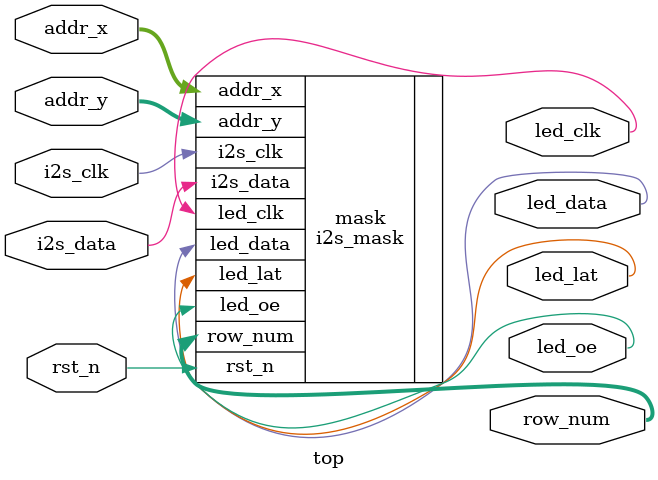
<source format=v>
module top(
	input i2s_clk,
	input i2s_data,
	input [3:0] addr_x,
	input [3:0] addr_y,
	input rst_n,
	output [5:0] row_num,
	output led_clk,
	output led_data,
	output led_lat,
	output led_oe
	);
		
	i2s_mask mask(
		.i2s_data(i2s_data),
		.i2s_clk(i2s_clk),
		.addr_x(addr_x),
		.addr_y(addr_y),
		.rst_n(rst_n),
		.row_num(row_num),
		.led_clk(led_clk),
		.led_data(led_data),
		.led_lat(led_lat),
		.led_oe(led_oe)
		);
	
	
endmodule
</source>
